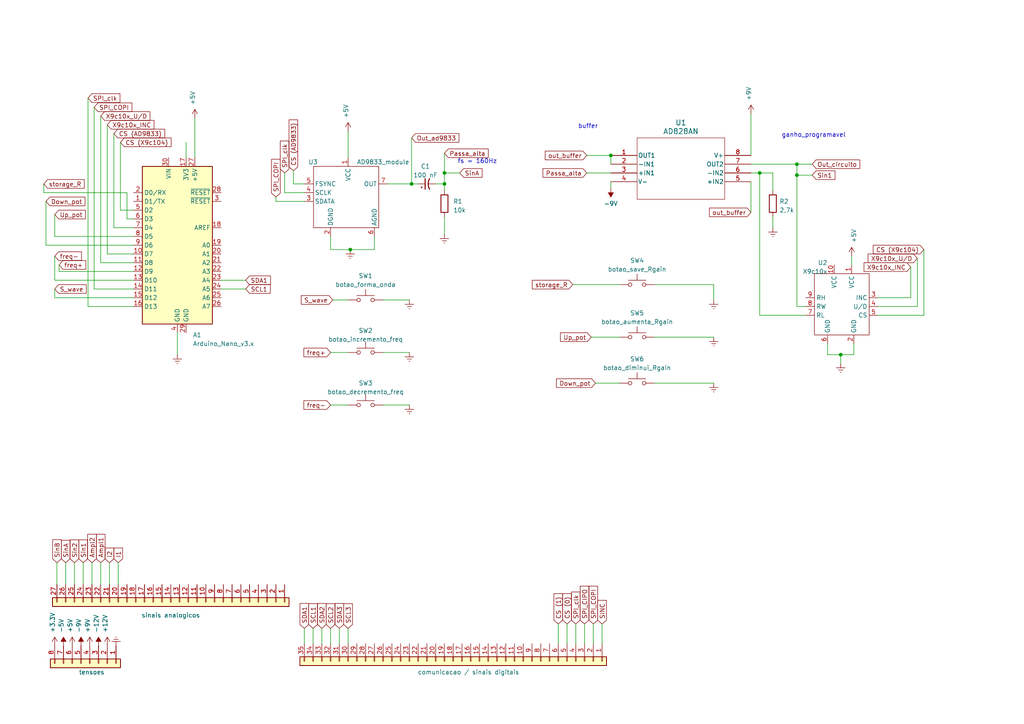
<source format=kicad_sch>
(kicad_sch (version 20230121) (generator eeschema)
  (paper "A4")
  (title_block (title "Gerador de sinais AD9833") (date "2023-07-12") (rev "v01") (company "EITduino") (comment 1 "Autor: Gustavo Pinheiro") (comment 2 "placa de face simples 90x100 mm") (comment 3 "Gerador de sinais") (comment 4 "potenciometro digital: x9c104 (100k)"))
  (lib_symbols
    (symbol "AD828AN:AD828AN" (pin_names (offset 0.254))
      (property "Reference" "U" (at 20.32 10.16 0))
      (property "Value" "AD828AN" (at 20.32 7.62 0))
      (symbol "AD828AN_0_1"
        (polyline (pts (xy 7.62 -12.7) (xy 33.02 -12.7)) (stroke (width 0.127)))
        (polyline (pts (xy 7.62 5.08) (xy 7.62 -12.7)) (stroke (width 0.127)))
        (polyline (pts (xy 33.02 -12.7) (xy 33.02 5.08)) (stroke (width 0.127)))
        (polyline (pts (xy 33.02 5.08) (xy 7.62 5.08)) (stroke (width 0.127)))
        (pin unspecified line (at 0 0 0) (length 7.62) (name "OUT1") (number "1"))
        (pin unspecified line (at 0 -2.54 0) (length 7.62) (name "-IN1") (number "2"))
        (pin unspecified line (at 0 -5.08 0) (length 7.62) (name "+IN1") (number "3"))
        (pin power_in line (at 0 -7.62 0) (length 7.62) (name "V-") (number "4"))
        (pin unspecified line (at 40.64 -7.62 180) (length 7.62) (name "+IN2") (number "5"))
        (pin unspecified line (at 40.64 -5.08 180) (length 7.62) (name "-IN2") (number "6"))
        (pin unspecified line (at 40.64 -2.54 180) (length 7.62) (name "OUT2") (number "7"))
        (pin power_in line (at 40.64 0 180) (length 7.62) (name "V+") (number "8"))
      )
    )
    (symbol "AD9833_module:ad9833_module"
      (property "Reference" "U" (at -8.382 9.144 0))
      (property "Value" "AD9833 module" (at 18.034 -8.382 0))
      (symbol "ad9833_module_0_1"
        (polyline (pts (xy -10.033 2.54) (xy -10.033 7.62) (xy 0.127 7.62) (xy 8.89 7.62) (xy 8.89 2.54) (xy 8.89 -10.16) (xy 7.62 -10.16) (xy -5.08 -10.16) (xy -10.033 -10.16) (xy -10.033 -2.54) (xy -10.033 2.54)))
      )
      (symbol "ad9833_module_1_1"
        (pin passive line (at 0 10.16 270) (length 2.54) (name "VCC") (number "1"))
        (pin passive line (at -5.08 -12.7 90) (length 2.54) (name "DGND") (number "2"))
        (pin passive line (at -12.7 -2.54 0) (length 2.54) (name "SDATA") (number "3"))
        (pin passive line (at -12.7 0 0) (length 2.54) (name "SCLK") (number "4"))
        (pin passive line (at -12.7 2.54 0) (length 2.54) (name "FSYNC") (number "5"))
        (pin passive line (at 7.62 -12.7 90) (length 2.54) (name "AGND") (number "6"))
        (pin passive line (at 11.43 2.54 180) (length 2.54) (name "OUT") (number "7"))
      )
    )
    (symbol "Connector_Generic:Conn_01x08" (pin_names (offset 1.016) hide)
      (property "Reference" "J" (at 0 10.16 0))
      (property "Value" "Conn_01x08" (at 0 -12.7 0))
      (symbol "Conn_01x08_1_1"
        (rectangle (start -1.27 -10.033) (end 0 -10.287) (stroke (width 0.1524)))
        (rectangle (start -1.27 -7.493) (end 0 -7.747) (stroke (width 0.1524)))
        (rectangle (start -1.27 -4.953) (end 0 -5.207) (stroke (width 0.1524)))
        (rectangle (start -1.27 -2.413) (end 0 -2.667) (stroke (width 0.1524)))
        (rectangle (start -1.27 0.127) (end 0 -0.127) (stroke (width 0.1524)))
        (rectangle (start -1.27 2.667) (end 0 2.413) (stroke (width 0.1524)))
        (rectangle (start -1.27 5.207) (end 0 4.953) (stroke (width 0.1524)))
        (rectangle (start -1.27 7.747) (end 0 7.493) (stroke (width 0.1524)))
        (rectangle (start -1.27 8.89) (end 1.27 -11.43) (stroke (width 0.254)) (fill (type background)))
        (pin passive line (at -5.08 7.62 0) (length 3.81) (name "Pin_1") (number "1"))
        (pin passive line (at -5.08 5.08 0) (length 3.81) (name "Pin_2") (number "2"))
        (pin passive line (at -5.08 2.54 0) (length 3.81) (name "Pin_3") (number "3"))
        (pin passive line (at -5.08 0 0) (length 3.81) (name "Pin_4") (number "4"))
        (pin passive line (at -5.08 -2.54 0) (length 3.81) (name "Pin_5") (number "5"))
        (pin passive line (at -5.08 -5.08 0) (length 3.81) (name "Pin_6") (number "6"))
        (pin passive line (at -5.08 -7.62 0) (length 3.81) (name "Pin_7") (number "7"))
        (pin passive line (at -5.08 -10.16 0) (length 3.81) (name "Pin_8") (number "8"))
      )
    )
    (symbol "Connector_Generic:Conn_01x27" (pin_names (offset 1.016) hide)
      (property "Reference" "J" (at 0 35.56 0))
      (property "Value" "Conn_01x27" (at 0 -35.56 0))
      (symbol "Conn_01x27_1_1"
        (rectangle (start -1.27 -32.893) (end 0 -33.147) (stroke (width 0.1524)))
        (rectangle (start -1.27 -30.353) (end 0 -30.607) (stroke (width 0.1524)))
        (rectangle (start -1.27 -27.813) (end 0 -28.067) (stroke (width 0.1524)))
        (rectangle (start -1.27 -25.273) (end 0 -25.527) (stroke (width 0.1524)))
        (rectangle (start -1.27 -22.733) (end 0 -22.987) (stroke (width 0.1524)))
        (rectangle (start -1.27 -20.193) (end 0 -20.447) (stroke (width 0.1524)))
        (rectangle (start -1.27 -17.653) (end 0 -17.907) (stroke (width 0.1524)))
        (rectangle (start -1.27 -15.113) (end 0 -15.367) (stroke (width 0.1524)))
        (rectangle (start -1.27 -12.573) (end 0 -12.827) (stroke (width 0.1524)))
        (rectangle (start -1.27 -10.033) (end 0 -10.287) (stroke (width 0.1524)))
        (rectangle (start -1.27 -7.493) (end 0 -7.747) (stroke (width 0.1524)))
        (rectangle (start -1.27 -4.953) (end 0 -5.207) (stroke (width 0.1524)))
        (rectangle (start -1.27 -2.413) (end 0 -2.667) (stroke (width 0.1524)))
        (rectangle (start -1.27 0.127) (end 0 -0.127) (stroke (width 0.1524)))
        (rectangle (start -1.27 2.667) (end 0 2.413) (stroke (width 0.1524)))
        (rectangle (start -1.27 5.207) (end 0 4.953) (stroke (width 0.1524)))
        (rectangle (start -1.27 7.747) (end 0 7.493) (stroke (width 0.1524)))
        (rectangle (start -1.27 10.287) (end 0 10.033) (stroke (width 0.1524)))
        (rectangle (start -1.27 12.827) (end 0 12.573) (stroke (width 0.1524)))
        (rectangle (start -1.27 15.367) (end 0 15.113) (stroke (width 0.1524)))
        (rectangle (start -1.27 17.907) (end 0 17.653) (stroke (width 0.1524)))
        (rectangle (start -1.27 20.447) (end 0 20.193) (stroke (width 0.1524)))
        (rectangle (start -1.27 22.987) (end 0 22.733) (stroke (width 0.1524)))
        (rectangle (start -1.27 25.527) (end 0 25.273) (stroke (width 0.1524)))
        (rectangle (start -1.27 28.067) (end 0 27.813) (stroke (width 0.1524)))
        (rectangle (start -1.27 30.607) (end 0 30.353) (stroke (width 0.1524)))
        (rectangle (start -1.27 33.147) (end 0 32.893) (stroke (width 0.1524)))
        (rectangle (start -1.27 34.29) (end 1.27 -34.29) (stroke (width 0.254)) (fill (type background)))
        (pin passive line (at -5.08 33.02 0) (length 3.81) (name "Pin_1") (number "1"))
        (pin passive line (at -5.08 10.16 0) (length 3.81) (name "Pin_10") (number "10"))
        (pin passive line (at -5.08 7.62 0) (length 3.81) (name "Pin_11") (number "11"))
        (pin passive line (at -5.08 5.08 0) (length 3.81) (name "Pin_12") (number "12"))
        (pin passive line (at -5.08 2.54 0) (length 3.81) (name "Pin_13") (number "13"))
        (pin passive line (at -5.08 0 0) (length 3.81) (name "Pin_14") (number "14"))
        (pin passive line (at -5.08 -2.54 0) (length 3.81) (name "Pin_15") (number "15"))
        (pin passive line (at -5.08 -5.08 0) (length 3.81) (name "Pin_16") (number "16"))
        (pin passive line (at -5.08 -7.62 0) (length 3.81) (name "Pin_17") (number "17"))
        (pin passive line (at -5.08 -10.16 0) (length 3.81) (name "Pin_18") (number "18"))
        (pin passive line (at -5.08 -12.7 0) (length 3.81) (name "Pin_19") (number "19"))
        (pin passive line (at -5.08 30.48 0) (length 3.81) (name "Pin_2") (number "2"))
        (pin passive line (at -5.08 -15.24 0) (length 3.81) (name "Pin_20") (number "20"))
        (pin passive line (at -5.08 -17.78 0) (length 3.81) (name "Pin_21") (number "21"))
        (pin passive line (at -5.08 -20.32 0) (length 3.81) (name "Pin_22") (number "22"))
        (pin passive line (at -5.08 -22.86 0) (length 3.81) (name "Pin_23") (number "23"))
        (pin passive line (at -5.08 -25.4 0) (length 3.81) (name "Pin_24") (number "24"))
        (pin passive line (at -5.08 -27.94 0) (length 3.81) (name "Pin_25") (number "25"))
        (pin passive line (at -5.08 -30.48 0) (length 3.81) (name "Pin_26") (number "26"))
        (pin passive line (at -5.08 -33.02 0) (length 3.81) (name "Pin_27") (number "27"))
        (pin passive line (at -5.08 27.94 0) (length 3.81) (name "Pin_3") (number "3"))
        (pin passive line (at -5.08 25.4 0) (length 3.81) (name "Pin_4") (number "4"))
        (pin passive line (at -5.08 22.86 0) (length 3.81) (name "Pin_5") (number "5"))
        (pin passive line (at -5.08 20.32 0) (length 3.81) (name "Pin_6") (number "6"))
        (pin passive line (at -5.08 17.78 0) (length 3.81) (name "Pin_7") (number "7"))
        (pin passive line (at -5.08 15.24 0) (length 3.81) (name "Pin_8") (number "8"))
        (pin passive line (at -5.08 12.7 0) (length 3.81) (name "Pin_9") (number "9"))
      )
    )
    (symbol "Connector_Generic:Conn_01x35" (pin_names (offset 1.016) hide)
      (property "Reference" "J" (at 0 45.72 0))
      (property "Value" "Conn_01x35" (at 0 -45.72 0))
      (symbol "Conn_01x35_1_1"
        (rectangle (start -1.27 -43.053) (end 0 -43.307) (stroke (width 0.1524)))
        (rectangle (start -1.27 -40.513) (end 0 -40.767) (stroke (width 0.1524)))
        (rectangle (start -1.27 -37.973) (end 0 -38.227) (stroke (width 0.1524)))
        (rectangle (start -1.27 -35.433) (end 0 -35.687) (stroke (width 0.1524)))
        (rectangle (start -1.27 -32.893) (end 0 -33.147) (stroke (width 0.1524)))
        (rectangle (start -1.27 -30.353) (end 0 -30.607) (stroke (width 0.1524)))
        (rectangle (start -1.27 -27.813) (end 0 -28.067) (stroke (width 0.1524)))
        (rectangle (start -1.27 -25.273) (end 0 -25.527) (stroke (width 0.1524)))
        (rectangle (start -1.27 -22.733) (end 0 -22.987) (stroke (width 0.1524)))
        (rectangle (start -1.27 -20.193) (end 0 -20.447) (stroke (width 0.1524)))
        (rectangle (start -1.27 -17.653) (end 0 -17.907) (stroke (width 0.1524)))
        (rectangle (start -1.27 -15.113) (end 0 -15.367) (stroke (width 0.1524)))
        (rectangle (start -1.27 -12.573) (end 0 -12.827) (stroke (width 0.1524)))
        (rectangle (start -1.27 -10.033) (end 0 -10.287) (stroke (width 0.1524)))
        (rectangle (start -1.27 -7.493) (end 0 -7.747) (stroke (width 0.1524)))
        (rectangle (start -1.27 -4.953) (end 0 -5.207) (stroke (width 0.1524)))
        (rectangle (start -1.27 -2.413) (end 0 -2.667) (stroke (width 0.1524)))
        (rectangle (start -1.27 0.127) (end 0 -0.127) (stroke (width 0.1524)))
        (rectangle (start -1.27 2.667) (end 0 2.413) (stroke (width 0.1524)))
        (rectangle (start -1.27 5.207) (end 0 4.953) (stroke (width 0.1524)))
        (rectangle (start -1.27 7.747) (end 0 7.493) (stroke (width 0.1524)))
        (rectangle (start -1.27 10.287) (end 0 10.033) (stroke (width 0.1524)))
        (rectangle (start -1.27 12.827) (end 0 12.573) (stroke (width 0.1524)))
        (rectangle (start -1.27 15.367) (end 0 15.113) (stroke (width 0.1524)))
        (rectangle (start -1.27 17.907) (end 0 17.653) (stroke (width 0.1524)))
        (rectangle (start -1.27 20.447) (end 0 20.193) (stroke (width 0.1524)))
        (rectangle (start -1.27 22.987) (end 0 22.733) (stroke (width 0.1524)))
        (rectangle (start -1.27 25.527) (end 0 25.273) (stroke (width 0.1524)))
        (rectangle (start -1.27 28.067) (end 0 27.813) (stroke (width 0.1524)))
        (rectangle (start -1.27 30.607) (end 0 30.353) (stroke (width 0.1524)))
        (rectangle (start -1.27 33.147) (end 0 32.893) (stroke (width 0.1524)))
        (rectangle (start -1.27 35.687) (end 0 35.433) (stroke (width 0.1524)))
        (rectangle (start -1.27 38.227) (end 0 37.973) (stroke (width 0.1524)))
        (rectangle (start -1.27 40.767) (end 0 40.513) (stroke (width 0.1524)))
        (rectangle (start -1.27 43.307) (end 0 43.053) (stroke (width 0.1524)))
        (rectangle (start -1.27 44.45) (end 1.27 -44.45) (stroke (width 0.254)) (fill (type background)))
        (pin passive line (at -5.08 43.18 0) (length 3.81) (name "Pin_1") (number "1"))
        (pin passive line (at -5.08 20.32 0) (length 3.81) (name "Pin_10") (number "10"))
        (pin passive line (at -5.08 17.78 0) (length 3.81) (name "Pin_11") (number "11"))
        (pin passive line (at -5.08 15.24 0) (length 3.81) (name "Pin_12") (number "12"))
        (pin passive line (at -5.08 12.7 0) (length 3.81) (name "Pin_13") (number "13"))
        (pin passive line (at -5.08 10.16 0) (length 3.81) (name "Pin_14") (number "14"))
        (pin passive line (at -5.08 7.62 0) (length 3.81) (name "Pin_15") (number "15"))
        (pin passive line (at -5.08 5.08 0) (length 3.81) (name "Pin_16") (number "16"))
        (pin passive line (at -5.08 2.54 0) (length 3.81) (name "Pin_17") (number "17"))
        (pin passive line (at -5.08 0 0) (length 3.81) (name "Pin_18") (number "18"))
        (pin passive line (at -5.08 -2.54 0) (length 3.81) (name "Pin_19") (number "19"))
        (pin passive line (at -5.08 40.64 0) (length 3.81) (name "Pin_2") (number "2"))
        (pin passive line (at -5.08 -5.08 0) (length 3.81) (name "Pin_20") (number "20"))
        (pin passive line (at -5.08 -7.62 0) (length 3.81) (name "Pin_21") (number "21"))
        (pin passive line (at -5.08 -10.16 0) (length 3.81) (name "Pin_22") (number "22"))
        (pin passive line (at -5.08 -12.7 0) (length 3.81) (name "Pin_23") (number "23"))
        (pin passive line (at -5.08 -15.24 0) (length 3.81) (name "Pin_24") (number "24"))
        (pin passive line (at -5.08 -17.78 0) (length 3.81) (name "Pin_25") (number "25"))
        (pin passive line (at -5.08 -20.32 0) (length 3.81) (name "Pin_26") (number "26"))
        (pin passive line (at -5.08 -22.86 0) (length 3.81) (name "Pin_27") (number "27"))
        (pin passive line (at -5.08 -25.4 0) (length 3.81) (name "Pin_28") (number "28"))
        (pin passive line (at -5.08 -27.94 0) (length 3.81) (name "Pin_29") (number "29"))
        (pin passive line (at -5.08 38.1 0) (length 3.81) (name "Pin_3") (number "3"))
        (pin passive line (at -5.08 -30.48 0) (length 3.81) (name "Pin_30") (number "30"))
        (pin passive line (at -5.08 -33.02 0) (length 3.81) (name "Pin_31") (number "31"))
        (pin passive line (at -5.08 -35.56 0) (length 3.81) (name "Pin_32") (number "32"))
        (pin passive line (at -5.08 -38.1 0) (length 3.81) (name "Pin_33") (number "33"))
        (pin passive line (at -5.08 -40.64 0) (length 3.81) (name "Pin_34") (number "34"))
        (pin passive line (at -5.08 -43.18 0) (length 3.81) (name "Pin_35") (number "35"))
        (pin passive line (at -5.08 35.56 0) (length 3.81) (name "Pin_4") (number "4"))
        (pin passive line (at -5.08 33.02 0) (length 3.81) (name "Pin_5") (number "5"))
        (pin passive line (at -5.08 30.48 0) (length 3.81) (name "Pin_6") (number "6"))
        (pin passive line (at -5.08 27.94 0) (length 3.81) (name "Pin_7") (number "7"))
        (pin passive line (at -5.08 25.4 0) (length 3.81) (name "Pin_8") (number "8"))
        (pin passive line (at -5.08 22.86 0) (length 3.81) (name "Pin_9") (number "9"))
      )
    )
    (symbol "Device:C_Polarized_Small_US" (pin_numbers hide) (pin_names (offset 0.254) hide)
      (property "Reference" "C" (at 0.254 1.778 0))
      (property "Value" "C_Polarized_Small_US" (at 0.254 -2.032 0))
      (symbol "C_Polarized_Small_US_0_1"
        (polyline (pts (xy -1.524 0.508) (xy 1.524 0.508)) (stroke (width 0.3048)))
        (polyline (pts (xy -1.27 1.524) (xy -0.762 1.524)))
        (polyline (pts (xy -1.016 1.27) (xy -1.016 1.778)))
        (arc (start 1.524 -0.762) (mid 0 -0.3734) (end -1.524 -0.762) (stroke (width 0.3048)))
      )
      (symbol "C_Polarized_Small_US_1_1"
        (pin passive line (at 0 2.54 270) (length 2.032) (name "~") (number "1"))
        (pin passive line (at 0 -2.54 90) (length 2.032) (name "~") (number "2"))
      )
    )
    (symbol "Device:R" (pin_numbers hide) (pin_names (offset 0))
      (property "Reference" "R" (at 2.032 0 90))
      (property "Value" "R" (at 0 0 90))
      (symbol "R_0_1"
        (rectangle (start -1.016 -2.54) (end 1.016 2.54) (stroke (width 0.254)))
      )
      (symbol "R_1_1"
        (pin passive line (at 0 3.81 270) (length 1.27) (name "~") (number "1"))
        (pin passive line (at 0 -3.81 90) (length 1.27) (name "~") (number "2"))
      )
    )
    (symbol "MCU_Module:Arduino_Nano_v3.x"
      (property "Reference" "A" (at -10.16 23.495 0))
      (property "Value" "Arduino_Nano_v3.x" (at 5.08 -24.13 0))
      (symbol "Arduino_Nano_v3.x_0_1"
        (rectangle (start -10.16 22.86) (end 10.16 -22.86) (stroke (width 0.254)) (fill (type background)))
      )
      (symbol "Arduino_Nano_v3.x_1_1"
        (pin bidirectional line (at -12.7 12.7 0) (length 2.54) (name "D1/TX") (number "1"))
        (pin bidirectional line (at -12.7 -2.54 0) (length 2.54) (name "D7") (number "10"))
        (pin bidirectional line (at -12.7 -5.08 0) (length 2.54) (name "D8") (number "11"))
        (pin bidirectional line (at -12.7 -7.62 0) (length 2.54) (name "D9") (number "12"))
        (pin bidirectional line (at -12.7 -10.16 0) (length 2.54) (name "D10") (number "13"))
        (pin bidirectional line (at -12.7 -12.7 0) (length 2.54) (name "D11") (number "14"))
        (pin bidirectional line (at -12.7 -15.24 0) (length 2.54) (name "D12") (number "15"))
        (pin bidirectional line (at -12.7 -17.78 0) (length 2.54) (name "D13") (number "16"))
        (pin power_out line (at 2.54 25.4 270) (length 2.54) (name "3V3") (number "17"))
        (pin input line (at 12.7 5.08 180) (length 2.54) (name "AREF") (number "18"))
        (pin bidirectional line (at 12.7 0 180) (length 2.54) (name "A0") (number "19"))
        (pin bidirectional line (at -12.7 15.24 0) (length 2.54) (name "D0/RX") (number "2"))
        (pin bidirectional line (at 12.7 -2.54 180) (length 2.54) (name "A1") (number "20"))
        (pin bidirectional line (at 12.7 -5.08 180) (length 2.54) (name "A2") (number "21"))
        (pin bidirectional line (at 12.7 -7.62 180) (length 2.54) (name "A3") (number "22"))
        (pin bidirectional line (at 12.7 -10.16 180) (length 2.54) (name "A4") (number "23"))
        (pin bidirectional line (at 12.7 -12.7 180) (length 2.54) (name "A5") (number "24"))
        (pin bidirectional line (at 12.7 -15.24 180) (length 2.54) (name "A6") (number "25"))
        (pin bidirectional line (at 12.7 -17.78 180) (length 2.54) (name "A7") (number "26"))
        (pin power_out line (at 5.08 25.4 270) (length 2.54) (name "+5V") (number "27"))
        (pin input line (at 12.7 15.24 180) (length 2.54) (name "~{RESET}") (number "28"))
        (pin power_in line (at 2.54 -25.4 90) (length 2.54) (name "GND") (number "29"))
        (pin input line (at 12.7 12.7 180) (length 2.54) (name "~{RESET}") (number "3"))
        (pin power_in line (at -2.54 25.4 270) (length 2.54) (name "VIN") (number "30"))
        (pin power_in line (at 0 -25.4 90) (length 2.54) (name "GND") (number "4"))
        (pin bidirectional line (at -12.7 10.16 0) (length 2.54) (name "D2") (number "5"))
        (pin bidirectional line (at -12.7 7.62 0) (length 2.54) (name "D3") (number "6"))
        (pin bidirectional line (at -12.7 5.08 0) (length 2.54) (name "D4") (number "7"))
        (pin bidirectional line (at -12.7 2.54 0) (length 2.54) (name "D5") (number "8"))
        (pin bidirectional line (at -12.7 0 0) (length 2.54) (name "D6") (number "9"))
      )
    )
    (symbol "Switch:SW_Push" (pin_numbers hide) (pin_names (offset 1.016) hide)
      (property "Reference" "SW" (at 1.27 2.54 0))
      (property "Value" "SW_Push" (at 0 -1.524 0))
      (symbol "SW_Push_0_1"
        (circle (center -2.032 0) (radius 0.508))
        (polyline (pts (xy 0 1.27) (xy 0 3.048)))
        (polyline (pts (xy 2.54 1.27) (xy -2.54 1.27)))
        (circle (center 2.032 0) (radius 0.508))
        (pin passive line (at -5.08 0 0) (length 2.54) (name "1") (number "1"))
        (pin passive line (at 5.08 0 180) (length 2.54) (name "2") (number "2"))
      )
    )
    (symbol "X9c10X_module:X9c10X_module"
      (property "Reference" "U" (at -8.89 10.795 0))
      (property "Value" "X9c10x" (at 12.7 -8.89 0))
      (symbol "X9c10X_module_0_1"
        (polyline (pts (xy -7.62 2.54) (xy -7.62 9.525) (xy 8.255 9.525) (xy 8.255 -8.255) (xy -7.62 -8.255) (xy -7.62 2.54)))
      )
      (symbol "X9c10X_module_1_1"
        (pin passive line (at -2.54 12.065 270) (length 2.54) (name "VCC") (number "1"))
        (pin passive line (at 2.54 12.065 270) (length 2.54) (name "VCC") (number "10"))
        (pin passive line (at -3.175 -10.795 90) (length 2.54) (name "GND") (number "2"))
        (pin passive line (at -10.16 2.54 0) (length 2.54) (name "INC") (number "3"))
        (pin passive line (at -10.16 0 0) (length 2.54) (name "U/D") (number "4"))
        (pin passive line (at -10.16 -2.54 0) (length 2.54) (name "CS") (number "5"))
        (pin passive line (at 4.445 -10.795 90) (length 2.54) (name "GND") (number "6"))
        (pin passive line (at 10.795 -2.54 180) (length 2.54) (name "RL") (number "7"))
        (pin passive line (at 10.795 0 180) (length 2.54) (name "RW") (number "8"))
        (pin passive line (at 10.795 2.54 180) (length 2.54) (name "RH") (number "9"))
      )
    )
    (symbol "power:+12V" (power) (pin_names (offset 0))
      (property "Value" "+12V" (at 0 3.556 0))
      (symbol "+12V_0_1"
        (polyline (pts (xy -0.762 1.27) (xy 0 2.54)))
        (polyline (pts (xy 0 0) (xy 0 2.54)))
        (polyline (pts (xy 0 2.54) (xy 0.762 1.27)))
      )
      (symbol "+12V_1_1"
        (pin power_in line (at 0 0 90) (length 0) hide (name "+12V") (number "1"))
      )
    )
    (symbol "power:+3.3V" (power) (pin_names (offset 0))
      (property "Value" "+3.3V" (at 0 3.556 0))
      (symbol "+3.3V_0_1"
        (polyline (pts (xy -0.762 1.27) (xy 0 2.54)))
        (polyline (pts (xy 0 0) (xy 0 2.54)))
        (polyline (pts (xy 0 2.54) (xy 0.762 1.27)))
      )
      (symbol "+3.3V_1_1"
        (pin power_in line (at 0 0 90) (length 0) hide (name "+3.3V") (number "1"))
      )
    )
    (symbol "power:+5V" (power) (pin_names (offset 0))
      (property "Value" "+5V" (at 0 3.556 0))
      (symbol "+5V_0_1"
        (polyline (pts (xy -0.762 1.27) (xy 0 2.54)))
        (polyline (pts (xy 0 0) (xy 0 2.54)))
        (polyline (pts (xy 0 2.54) (xy 0.762 1.27)))
      )
      (symbol "+5V_1_1"
        (pin power_in line (at 0 0 90) (length 0) hide (name "+5V") (number "1"))
      )
    )
    (symbol "power:+9V" (power) (pin_names (offset 0))
      (property "Value" "+9V" (at 0 3.556 0))
      (symbol "+9V_0_1"
        (polyline (pts (xy -0.762 1.27) (xy 0 2.54)))
        (polyline (pts (xy 0 0) (xy 0 2.54)))
        (polyline (pts (xy 0 2.54) (xy 0.762 1.27)))
      )
      (symbol "+9V_1_1"
        (pin power_in line (at 0 0 90) (length 0) hide (name "+9V") (number "1"))
      )
    )
    (symbol "power:-12V" (power) (pin_names (offset 0))
      (property "Value" "-12V" (at 0 3.81 0))
      (symbol "-12V_0_0"
        (pin power_in line (at 0 0 90) (length 0) hide (name "-12V") (number "1"))
      )
      (symbol "-12V_0_1"
        (polyline (pts (xy 0 0) (xy 0 1.27) (xy 0.762 1.27) (xy 0 2.54) (xy -0.762 1.27) (xy 0 1.27)) (fill (type outline)))
      )
    )
    (symbol "power:-5V" (power) (pin_names (offset 0))
      (property "Value" "-5V" (at 0 3.81 0))
      (symbol "-5V_0_0"
        (pin power_in line (at 0 0 90) (length 0) hide (name "-5V") (number "1"))
      )
      (symbol "-5V_0_1"
        (polyline (pts (xy 0 0) (xy 0 1.27) (xy 0.762 1.27) (xy 0 2.54) (xy -0.762 1.27) (xy 0 1.27)) (fill (type outline)))
      )
    )
    (symbol "power:-9V" (power) (pin_names (offset 0))
      (property "Value" "-9V" (at 0 3.81 0))
      (symbol "-9V_0_1"
        (polyline (pts (xy 0 0) (xy 0 2.54)))
        (polyline (pts (xy 0.762 1.27) (xy -0.762 1.27) (xy 0 2.54) (xy 0.762 1.27)) (fill (type outline)))
      )
      (symbol "-9V_1_1"
        (pin power_in line (at 0 0 90) (length 0) hide (name "-9V") (number "1"))
      )
    )
    (symbol "power:Earth" (power) (pin_names (offset 0))
      (symbol "Earth_0_1"
        (polyline (pts (xy -0.635 -1.905) (xy 0.635 -1.905)))
        (polyline (pts (xy -0.127 -2.54) (xy 0.127 -2.54)))
        (polyline (pts (xy 0 -1.27) (xy 0 0)))
        (polyline (pts (xy 1.27 -1.27) (xy -1.27 -1.27)))
      )
      (symbol "Earth_1_1"
        (pin power_in line (at 0 0 270) (length 0) hide (name "Earth") (number "1"))
      )
    )
  )
  (junction (at 128.905 53.34))
  (junction (at 101.6 72.39))
  (junction (at 243.84 102.87))
  (junction (at 119.38 53.34))
  (junction (at 231.14 50.8))
  (junction (at 231.14 47.625))
  (junction (at 128.905 50.165))
  (junction (at 177.165 45.085))
  (junction (at 220.345 50.165))
  (wire (pts (xy 38.735 86.36) (xy 15.875 86.36)))
  (wire (pts (xy 95.885 182.245) (xy 95.885 186.69)))
  (wire (pts (xy 177.165 45.085) (xy 177.165 47.625)))
  (wire (pts (xy 56.515 34.29) (xy 56.515 45.72)))
  (wire (pts (xy 231.14 47.625) (xy 231.14 50.8)))
  (wire (pts (xy 27.305 31.115) (xy 27.305 83.82)))
  (wire (pts (xy 38.735 71.12) (xy 13.335 71.12)))
  (wire (pts (xy 27.305 83.82) (xy 38.735 83.82)))
  (wire (pts (xy 38.735 63.5) (xy 36.83 63.5)))
  (wire (pts (xy 100.965 38.1) (xy 100.965 45.72)))
  (wire (pts (xy 95.885 117.475) (xy 100.965 117.475)))
  (wire (pts (xy 25.527 28.448) (xy 25.527 88.9)))
  (wire (pts (xy 80.01 58.42) (xy 88.265 58.42)))
  (wire (pts (xy 108.585 72.39) (xy 101.6 72.39)))
  (wire (pts (xy 34.29 163.195) (xy 34.29 169.545)))
  (wire (pts (xy 38.735 66.04) (xy 33.02 66.04)))
  (wire (pts (xy 29.21 33.655) (xy 29.21 76.2)))
  (wire (pts (xy 189.865 97.79) (xy 207.01 97.79)))
  (wire (pts (xy 53.975 41.275) (xy 53.975 45.72)))
  (wire (pts (xy 98.425 182.245) (xy 98.425 186.69)))
  (wire (pts (xy 189.865 82.55) (xy 207.01 82.55)))
  (wire (pts (xy 25.527 88.9) (xy 38.735 88.9)))
  (wire (pts (xy 85.09 53.34) (xy 88.265 53.34)))
  (wire (pts (xy 82.55 55.88) (xy 88.265 55.88)))
  (wire (pts (xy 267.97 72.39) (xy 267.97 91.44)))
  (wire (pts (xy 231.14 50.8) (xy 231.14 88.9)))
  (wire (pts (xy 161.925 180.975) (xy 161.925 186.69)))
  (wire (pts (xy 71.247 83.82) (xy 64.135 83.82)))
  (wire (pts (xy 171.45 97.79) (xy 179.705 97.79)))
  (wire (pts (xy 111.125 86.995) (xy 118.745 86.995)))
  (wire (pts (xy 128.905 50.165) (xy 133.35 50.165)))
  (wire (pts (xy 224.155 55.245) (xy 224.155 50.165)))
  (wire (pts (xy 224.155 62.865) (xy 224.155 66.04)))
  (wire (pts (xy 36.83 63.5) (xy 36.83 55.88)))
  (wire (pts (xy 172.72 111.125) (xy 179.705 111.125)))
  (wire (pts (xy 217.805 52.705) (xy 217.805 61.595)))
  (wire (pts (xy 207.01 111.125) (xy 189.865 111.125)))
  (wire (pts (xy 243.84 102.87) (xy 243.84 105.41)))
  (wire (pts (xy 170.18 50.165) (xy 177.165 50.165)))
  (wire (pts (xy 12.7 53.34) (xy 12.7 55.88)))
  (wire (pts (xy 264.16 86.36) (xy 254.635 86.36)))
  (wire (pts (xy 12.7 55.88) (xy 36.83 55.88)))
  (wire (pts (xy 71.247 81.28) (xy 64.135 81.28)))
  (wire (pts (xy 267.97 91.44) (xy 254.635 91.44)))
  (wire (pts (xy 38.735 68.58) (xy 15.875 68.58)))
  (wire (pts (xy 240.03 102.87) (xy 240.03 99.695)))
  (wire (pts (xy 101.6 72.39) (xy 95.885 72.39)))
  (wire (pts (xy 217.805 47.625) (xy 231.14 47.625)))
  (wire (pts (xy 233.68 91.44) (xy 220.345 91.44)))
  (wire (pts (xy 38.735 78.74) (xy 17.145 78.74)))
  (wire (pts (xy 85.09 49.53) (xy 85.09 53.34)))
  (wire (pts (xy 31.115 73.66) (xy 38.735 73.66)))
  (wire (pts (xy 231.14 47.625) (xy 235.585 47.625)))
  (wire (pts (xy 24.13 163.195) (xy 24.13 169.545)))
  (wire (pts (xy 111.125 117.475) (xy 118.745 117.475)))
  (wire (pts (xy 266.065 74.93) (xy 266.065 88.9)))
  (wire (pts (xy 266.065 88.9) (xy 254.635 88.9)))
  (wire (pts (xy 128.905 62.865) (xy 128.905 67.945)))
  (wire (pts (xy 247.015 74.295) (xy 247.015 76.835)))
  (wire (pts (xy 95.885 102.235) (xy 100.965 102.235)))
  (wire (pts (xy 21.59 163.195) (xy 21.59 169.545)))
  (wire (pts (xy 128.905 53.34) (xy 128.905 55.245)))
  (wire (pts (xy 88.265 182.245) (xy 88.265 186.69)))
  (wire (pts (xy 90.805 182.245) (xy 90.805 186.69)))
  (wire (pts (xy 243.84 102.87) (xy 247.65 102.87)))
  (wire (pts (xy 34.925 41.275) (xy 34.925 60.96)))
  (wire (pts (xy 264.16 77.47) (xy 264.16 86.36)))
  (wire (pts (xy 95.885 72.39) (xy 95.885 68.58)))
  (wire (pts (xy 207.01 86.995) (xy 207.01 82.55)))
  (wire (pts (xy 231.14 88.9) (xy 233.68 88.9)))
  (wire (pts (xy 51.435 96.52) (xy 51.435 102.87)))
  (wire (pts (xy 169.545 180.975) (xy 169.545 186.69)))
  (wire (pts (xy 172.085 180.975) (xy 172.085 186.69)))
  (wire (pts (xy 128.905 50.165) (xy 128.905 53.34)))
  (wire (pts (xy 16.51 163.195) (xy 16.51 169.545)))
  (wire (pts (xy 170.18 45.085) (xy 177.165 45.085)))
  (wire (pts (xy 164.465 180.975) (xy 164.465 186.69)))
  (wire (pts (xy 166.116 82.55) (xy 179.705 82.55)))
  (wire (pts (xy 174.625 180.975) (xy 174.625 186.69)))
  (wire (pts (xy 112.395 53.34) (xy 119.38 53.34)))
  (wire (pts (xy 38.735 81.28) (xy 15.875 81.28)))
  (wire (pts (xy 247.65 102.87) (xy 247.65 99.695)))
  (wire (pts (xy 82.55 50.165) (xy 82.55 55.88)))
  (wire (pts (xy 240.03 102.87) (xy 243.84 102.87)))
  (wire (pts (xy 128.905 53.34) (xy 126.365 53.34)))
  (wire (pts (xy 217.805 33.02) (xy 217.805 45.085)))
  (wire (pts (xy 220.345 50.165) (xy 224.155 50.165)))
  (wire (pts (xy 108.585 68.58) (xy 108.585 72.39)))
  (wire (pts (xy 29.21 76.2) (xy 38.735 76.2)))
  (wire (pts (xy 15.875 74.295) (xy 15.875 81.28)))
  (wire (pts (xy 128.905 44.45) (xy 128.905 50.165)))
  (wire (pts (xy 177.165 52.705) (xy 177.165 54.61)))
  (wire (pts (xy 29.21 163.195) (xy 29.21 169.545)))
  (wire (pts (xy 111.125 102.235) (xy 118.745 102.235)))
  (wire (pts (xy 13.335 58.42) (xy 13.335 71.12)))
  (wire (pts (xy 231.14 50.8) (xy 235.585 50.8)))
  (wire (pts (xy 100.965 182.245) (xy 100.965 186.69)))
  (wire (pts (xy 26.67 163.195) (xy 26.67 169.545)))
  (wire (pts (xy 96.52 86.995) (xy 100.965 86.995)))
  (wire (pts (xy 119.38 40.005) (xy 119.38 53.34)))
  (wire (pts (xy 217.805 50.165) (xy 220.345 50.165)))
  (wire (pts (xy 19.05 163.195) (xy 19.05 169.545)))
  (wire (pts (xy 15.875 83.82) (xy 15.875 86.36)))
  (wire (pts (xy 220.345 91.44) (xy 220.345 50.165)))
  (wire (pts (xy 167.005 180.975) (xy 167.005 186.69)))
  (wire (pts (xy 80.01 57.15) (xy 80.01 58.42)))
  (wire (pts (xy 31.75 163.195) (xy 31.75 169.545)))
  (wire (pts (xy 33.02 38.735) (xy 33.02 66.04)))
  (wire (pts (xy 15.875 62.23) (xy 15.875 68.58)))
  (wire (pts (xy 38.735 60.96) (xy 34.925 60.96)))
  (wire (pts (xy 17.145 76.835) (xy 17.145 78.74)))
  (wire (pts (xy 93.345 182.245) (xy 93.345 186.69)))
  (wire (pts (xy 119.38 53.34) (xy 121.285 53.34)))
  (wire (pts (xy 31.115 36.195) (xy 31.115 73.66)))
  (text "ganho_programavel\n" (at 226.695 40.005 0) (effects (font (size 1.27 1.27)) (justify left bottom)))
  (text "fs = 160Hz\n" (at 132.715 47.625 0) (effects (font (size 1.27 1.27)) (justify left bottom)))
  (text "buffer" (at 167.64 37.465 0) (effects (font (size 1.27 1.27)) (justify left bottom)))
  (global_label "X9c10x_INC" (shape input) (at 31.115 36.195 0) (property "Intersheetrefs" "${INTERSHEET_REFS}" (effects hide)))
  (global_label "SDA1" (shape input) (at 71.247 81.28 0) (property "Intersheetrefs" "${INTERSHEET_REFS}" (effects hide)))
  (global_label "SinB" (shape input) (at 16.51 163.195 90) (property "Intersheetrefs" "${INTERSHEET_REFS}" (effects hide)))
  (global_label "Down_pot" (shape input) (at 13.335 58.42 0) (property "Intersheetrefs" "${INTERSHEET_REFS}" (effects hide)))
  (global_label "SINC" (shape input) (at 174.625 180.975 90) (property "Intersheetrefs" "${INTERSHEET_REFS}" (effects hide)))
  (global_label "Sin2" (shape input) (at 21.59 163.195 90) (property "Intersheetrefs" "${INTERSHEET_REFS}" (effects hide)))
  (global_label "SPI_clk" (shape input) (at 167.005 180.975 90) (property "Intersheetrefs" "${INTERSHEET_REFS}" (effects hide)))
  (global_label "S_wave" (shape input) (at 96.52 86.995 180) (property "Intersheetrefs" "${INTERSHEET_REFS}" (effects hide)))
  (global_label "SDA3" (shape input) (at 98.425 182.245 90) (property "Intersheetrefs" "${INTERSHEET_REFS}" (effects hide)))
  (global_label "Down_pot" (shape input) (at 172.72 111.125 180) (property "Intersheetrefs" "${INTERSHEET_REFS}" (effects hide)))
  (global_label "Sin1" (shape input) (at 235.585 50.8 0) (property "Intersheetrefs" "${INTERSHEET_REFS}" (effects hide)))
  (global_label "freq+" (shape input) (at 17.145 76.835 0) (property "Intersheetrefs" "${INTERSHEET_REFS}" (effects hide)))
  (global_label "SDA2" (shape input) (at 93.345 182.245 90) (property "Intersheetrefs" "${INTERSHEET_REFS}" (effects hide)))
  (global_label "S_wave" (shape input) (at 15.875 83.82 0) (property "Intersheetrefs" "${INTERSHEET_REFS}" (effects hide)))
  (global_label "Up_pot" (shape input) (at 15.875 62.23 0) (property "Intersheetrefs" "${INTERSHEET_REFS}" (effects hide)))
  (global_label "SPI_COPI" (shape input) (at 172.085 180.975 90) (property "Intersheetrefs" "${INTERSHEET_REFS}" (effects hide)))
  (global_label "Sin1" (shape input) (at 24.13 163.195 90) (property "Intersheetrefs" "${INTERSHEET_REFS}" (effects hide)))
  (global_label "SCL3" (shape input) (at 100.965 182.245 90) (property "Intersheetrefs" "${INTERSHEET_REFS}" (effects hide)))
  (global_label "Passa_alta" (shape input) (at 128.905 44.45 0) (property "Intersheetrefs" "${INTERSHEET_REFS}" (effects hide)))
  (global_label "out_buffer" (shape input) (at 217.805 61.595 180) (property "Intersheetrefs" "${INTERSHEET_REFS}" (effects hide)))
  (global_label "CS (1)" (shape input) (at 161.925 180.975 90) (property "Intersheetrefs" "${INTERSHEET_REFS}" (effects hide)))
  (global_label "Passa_alta" (shape input) (at 170.18 50.165 180) (property "Intersheetrefs" "${INTERSHEET_REFS}" (effects hide)))
  (global_label "Out_circuito" (shape input) (at 235.585 47.625 0) (property "Intersheetrefs" "${INTERSHEET_REFS}" (effects hide)))
  (global_label "storage_R" (shape input) (at 166.116 82.55 180) (property "Intersheetrefs" "${INTERSHEET_REFS}" (effects hide)))
  (global_label "SinA" (shape input) (at 133.35 50.165 0) (property "Intersheetrefs" "${INTERSHEET_REFS}" (effects hide)))
  (global_label "X9c10x_U{slash}D" (shape input) (at 266.065 74.93 180) (property "Intersheetrefs" "${INTERSHEET_REFS}" (effects hide)))
  (global_label "freq-" (shape input) (at 15.875 74.295 0) (property "Intersheetrefs" "${INTERSHEET_REFS}" (effects hide)))
  (global_label "I1" (shape input) (at 34.29 163.195 90) (property "Intersheetrefs" "${INTERSHEET_REFS}" (effects hide)))
  (global_label "storage_R" (shape input) (at 12.7 53.34 0) (property "Intersheetrefs" "${INTERSHEET_REFS}" (effects hide)))
  (global_label "SinA" (shape input) (at 19.05 163.195 90) (property "Intersheetrefs" "${INTERSHEET_REFS}" (effects hide)))
  (global_label "SCL2" (shape input) (at 95.885 182.245 90) (property "Intersheetrefs" "${INTERSHEET_REFS}" (effects hide)))
  (global_label "CS (AD9833)" (shape input) (at 85.09 49.53 90) (property "Intersheetrefs" "${INTERSHEET_REFS}" (effects hide)))
  (global_label "CS (X9c104)" (shape input) (at 34.925 41.275 0) (property "Intersheetrefs" "${INTERSHEET_REFS}" (effects hide)))
  (global_label "CS (AD9833)" (shape input) (at 33.02 38.735 0) (property "Intersheetrefs" "${INTERSHEET_REFS}" (effects hide)))
  (global_label "Ampl1" (shape input) (at 29.21 163.195 90) (property "Intersheetrefs" "${INTERSHEET_REFS}" (effects hide)))
  (global_label "X9c10x_U{slash}D" (shape input) (at 29.21 33.655 0) (property "Intersheetrefs" "${INTERSHEET_REFS}" (effects hide)))
  (global_label "CS (X9c104)" (shape input) (at 267.97 72.39 180) (property "Intersheetrefs" "${INTERSHEET_REFS}" (effects hide)))
  (global_label "SCL1" (shape input) (at 71.247 83.82 0) (property "Intersheetrefs" "${INTERSHEET_REFS}" (effects hide)))
  (global_label "out_buffer" (shape input) (at 170.18 45.085 180) (property "Intersheetrefs" "${INTERSHEET_REFS}" (effects hide)))
  (global_label "I2" (shape input) (at 31.75 163.195 90) (property "Intersheetrefs" "${INTERSHEET_REFS}" (effects hide)))
  (global_label "SPI_COPI" (shape input) (at 27.305 31.115 0) (property "Intersheetrefs" "${INTERSHEET_REFS}" (effects hide)))
  (global_label "Up_pot" (shape input) (at 171.45 97.79 180) (property "Intersheetrefs" "${INTERSHEET_REFS}" (effects hide)))
  (global_label "freq+" (shape input) (at 95.885 102.235 180) (property "Intersheetrefs" "${INTERSHEET_REFS}" (effects hide)))
  (global_label "SPI_COPI" (shape input) (at 80.01 57.15 90) (property "Intersheetrefs" "${INTERSHEET_REFS}" (effects hide)))
  (global_label "X9c10x_INC" (shape input) (at 264.16 77.47 180) (property "Intersheetrefs" "${INTERSHEET_REFS}" (effects hide)))
  (global_label "SPI_clk" (shape input) (at 25.527 28.448 0) (property "Intersheetrefs" "${INTERSHEET_REFS}" (effects hide)))
  (global_label "SPI_CIPO" (shape input) (at 169.545 180.975 90) (property "Intersheetrefs" "${INTERSHEET_REFS}" (effects hide)))
  (global_label "SCL1" (shape input) (at 90.805 182.245 90) (property "Intersheetrefs" "${INTERSHEET_REFS}" (effects hide)))
  (global_label "SDA1" (shape input) (at 88.265 182.245 90) (property "Intersheetrefs" "${INTERSHEET_REFS}" (effects hide)))
  (global_label "freq-" (shape input) (at 95.885 117.475 180) (property "Intersheetrefs" "${INTERSHEET_REFS}" (effects hide)))
  (global_label "SPI_clk" (shape input) (at 82.55 50.165 90) (property "Intersheetrefs" "${INTERSHEET_REFS}" (effects hide)))
  (global_label "Out_ad9833" (shape input) (at 119.38 40.005 0) (property "Intersheetrefs" "${INTERSHEET_REFS}" (effects hide)))
  (global_label "Ampl2" (shape input) (at 26.67 163.195 90) (property "Intersheetrefs" "${INTERSHEET_REFS}" (effects hide)))
  (global_label "CS (0)" (shape input) (at 164.465 180.975 90) (property "Intersheetrefs" "${INTERSHEET_REFS}" (effects hide)))
  (symbol (lib_id "Device:R") (at 128.905 59.055 0) (unit 1)
    (property "Reference" "R1" (at 131.445 58.42 0) (effects (justify left)))
    (property "Value" "10k" (at 131.445 60.96 0) (effects (justify left)))
    (property "Footprint" "Resistor_THT:R_Axial_DIN0204_L3.6mm_D1.6mm_P5.08mm_Horizontal" (effects hide))
  )
  (symbol (lib_id "Connector_Generic:Conn_01x35") (at 131.445 191.77 270) (unit 1)
    (property "Reference" "J4" (effects hide))
    (property "Value" "comunicacao / sinais digitais" (at 135.89 194.945 90))
    (property "Footprint" "Connector_PinHeader_2.54mm:PinHeader_1x35_P2.54mm_Vertical" (effects hide))
  )
  (symbol (lib_id "Connector_Generic:Conn_01x27") (at 49.53 174.625 270) (unit 1)
    (property "Reference" "J3" (effects hide))
    (property "Value" "sinais analogicos" (at 49.53 178.435 90))
    (property "Footprint" "Connector_PinHeader_2.54mm:PinHeader_1x27_P2.54mm_Vertical" (effects hide))
  )
  (symbol (lib_id "power:Earth") (at 33.655 187.325 180) (unit 1)
    (property "Reference" "#PWR08" (effects hide))
    (property "Value" "Earth" (effects hide))
  )
  (symbol (lib_id "Device:C_Polarized_Small_US") (at 123.825 53.34 90) (unit 1)
    (property "Reference" "C1" (at 123.3932 48.26 90))
    (property "Value" "100 nF" (at 123.3932 50.8 90))
    (property "Footprint" "Capacitor_THT:CP_Radial_D5.0mm_P2.50mm" (effects hide))
  )
  (symbol (lib_id "power:-5V") (at 18.415 187.325 0) (unit 1)
    (property "Reference" "#PWR02" (effects hide))
    (property "Value" "-5V" (at 17.78 183.515 90) (effects (justify left)))
  )
  (symbol (lib_id "Switch:SW_Push") (at 106.045 86.995 0) (unit 1)
    (property "Reference" "SW1" (at 106.045 80.01 0))
    (property "Value" "botao_forma_onda" (at 106.045 82.55 0))
    (property "Footprint" "push_button_2_pin:SW_BUTT-2" (effects hide))
  )
  (symbol (lib_id "Switch:SW_Push") (at 184.785 111.125 0) (unit 1)
    (property "Reference" "SW6" (at 184.785 104.14 0))
    (property "Value" "botao_diminui_Rgain" (at 184.785 106.68 0))
    (property "Footprint" "push_button_2_pin:SW_BUTT-2" (effects hide))
  )
  (symbol (lib_id "MCU_Module:Arduino_Nano_v3.x") (at 51.435 71.12 0) (unit 1)
    (property "Reference" "A1" (at 55.9309 97.155 0) (effects (justify left)))
    (property "Value" "Arduino_Nano_v3.x" (at 55.9309 99.695 0) (effects (justify left)))
    (property "Footprint" "Module:Arduino_Nano" (effects hide))
    (property "Datasheet" "http://www.mouser.com/pdfdocs/Gravitech_Arduino_Nano3_0.pdf" (effects hide))
  )
  (symbol (lib_id "Switch:SW_Push") (at 106.045 117.475 0) (unit 1)
    (property "Reference" "SW3" (at 106.045 111.125 0))
    (property "Value" "botao_decremento_freq" (at 106.045 113.665 0))
    (property "Footprint" "push_button_2_pin:SW_BUTT-2" (effects hide))
  )
  (symbol (lib_id "X9c10X_module:X9c10X_module") (at 244.475 88.9 0) (mirror y) (unit 1)
    (property "Reference" "U2" (at 239.9791 76.2 0) (effects (justify left)))
    (property "Value" "X9c10x" (at 239.9791 78.74 0) (effects (justify left)))
    (property "Footprint" "X9c10X_module:X9c10X_module" (effects hide))
  )
  (symbol (lib_id "AD828AN:AD828AN") (at 177.165 45.085 0) (unit 1)
    (property "Reference" "U1" (at 197.485 35.56 0) (effects (font (size 1.524 1.524))))
    (property "Value" "AD828AN" (at 197.485 38.1 0) (effects (font (size 1.524 1.524))))
    (property "Footprint" "AD828:N_8_ADI" (effects hide))
    (property "Datasheet" "AD828AN" (effects hide))
  )
  (symbol (lib_id "power:Earth") (at 207.01 111.125 0) (unit 1)
    (property "Reference" "#PWR026" (effects hide))
    (property "Value" "Earth" (effects hide))
  )
  (symbol (lib_id "Switch:SW_Push") (at 106.045 102.235 0) (unit 1)
    (property "Reference" "SW2" (at 106.045 95.885 0))
    (property "Value" "botao_incremento_freq" (at 106.045 98.425 0))
    (property "Footprint" "push_button_2_pin:SW_BUTT-2" (effects hide))
  )
  (symbol (lib_id "power:+9V") (at 26.035 187.325 0) (unit 1)
    (property "Reference" "#PWR05" (effects hide))
    (property "Value" "+9V" (at 25.4 183.515 90) (effects (justify left)))
  )
  (symbol (lib_id "power:Earth") (at 207.01 97.79 0) (unit 1)
    (property "Reference" "#PWR023" (effects hide))
    (property "Value" "Earth" (effects hide))
  )
  (symbol (lib_id "power:Earth") (at 118.745 102.235 0) (unit 1)
    (property "Reference" "#PWR020" (effects hide))
    (property "Value" "Earth" (effects hide))
  )
  (symbol (lib_id "Device:R") (at 224.155 59.055 180) (unit 1)
    (property "Reference" "R2" (at 226.06 58.42 0) (effects (justify right)))
    (property "Value" "2,7k" (at 226.06 60.96 0) (effects (justify right)))
    (property "Footprint" "Resistor_THT:R_Axial_DIN0204_L3.6mm_D1.6mm_P5.08mm_Horizontal" (effects hide))
  )
  (symbol (lib_id "power:+9V") (at 217.805 33.02 0) (unit 1)
    (property "Reference" "#PWR032" (effects hide))
    (property "Value" "+9V" (at 217.17 29.21 90) (effects (justify left)))
  )
  (symbol (lib_id "power:+5V") (at 56.515 34.29 0) (unit 1)
    (property "Reference" "#PWR010" (effects hide))
    (property "Value" "+5V" (at 55.88 30.48 90) (effects (justify left)))
  )
  (symbol (lib_id "power:Earth") (at 118.745 86.995 0) (unit 1)
    (property "Reference" "#PWR022" (effects hide))
    (property "Value" "Earth" (effects hide))
  )
  (symbol (lib_id "Switch:SW_Push") (at 184.785 97.79 0) (unit 1)
    (property "Reference" "SW5" (at 184.785 90.805 0))
    (property "Value" "botao_aumenta_Rgain" (at 184.785 93.345 0))
    (property "Footprint" "push_button_2_pin:SW_BUTT-2" (effects hide))
  )
  (symbol (lib_id "power:+5V") (at 20.955 187.325 0) (unit 1)
    (property "Reference" "#PWR03" (effects hide))
    (property "Value" "+5V" (at 20.32 183.515 90) (effects (justify left)))
  )
  (symbol (lib_id "power:Earth") (at 128.905 67.945 0) (unit 1)
    (property "Reference" "#PWR014" (effects hide))
    (property "Value" "Earth" (effects hide))
  )
  (symbol (lib_id "power:+5V") (at 100.965 38.1 0) (unit 1)
    (property "Reference" "#PWR012" (effects hide))
    (property "Value" "+5V" (at 100.33 34.29 90) (effects (justify left)))
  )
  (symbol (lib_id "power:-9V") (at 23.495 187.325 0) (unit 1)
    (property "Reference" "#PWR04" (effects hide))
    (property "Value" "-9V" (at 22.86 183.515 90) (effects (justify left)))
  )
  (symbol (lib_id "power:Earth") (at 101.6 72.39 0) (unit 1)
    (property "Reference" "#PWR013" (effects hide))
    (property "Value" "Earth" (effects hide))
  )
  (symbol (lib_id "power:+12V") (at 31.115 187.325 0) (unit 1)
    (property "Reference" "#PWR07" (effects hide))
    (property "Value" "+12V" (at 30.48 183.515 90) (effects (justify left)))
  )
  (symbol (lib_id "power:Earth") (at 224.155 66.04 0) (unit 1)
    (property "Reference" "#PWR015" (effects hide))
    (property "Value" "Earth" (effects hide))
  )
  (symbol (lib_id "Switch:SW_Push") (at 184.785 82.55 0) (unit 1)
    (property "Reference" "SW4" (at 184.785 75.565 0))
    (property "Value" "botao_save_Rgain" (at 184.785 78.105 0))
    (property "Footprint" "push_button_2_pin:SW_BUTT-2" (effects hide))
  )
  (symbol (lib_id "power:Earth") (at 51.435 102.87 0) (unit 1)
    (property "Reference" "#PWR011" (effects hide))
    (property "Value" "Earth" (effects hide))
  )
  (symbol (lib_id "power:-12V") (at 28.575 187.325 0) (unit 1)
    (property "Reference" "#PWR06" (effects hide))
    (property "Value" "-12V" (at 27.94 183.515 90) (effects (justify left)))
  )
  (symbol (lib_id "power:Earth") (at 118.745 117.475 0) (unit 1)
    (property "Reference" "#PWR021" (effects hide))
    (property "Value" "Earth" (effects hide))
  )
  (symbol (lib_id "power:Earth") (at 207.01 86.995 0) (unit 1)
    (property "Reference" "#PWR024" (effects hide))
    (property "Value" "Earth" (effects hide))
  )
  (symbol (lib_id "power:+5V") (at 247.015 74.295 0) (mirror y) (unit 1)
    (property "Reference" "#PWR017" (effects hide))
    (property "Value" "+5V" (at 247.65 70.485 90) (effects (justify left)))
  )
  (symbol (lib_id "Connector_Generic:Conn_01x08") (at 26.035 192.405 270) (unit 1)
    (property "Reference" "J1" (effects hide))
    (property "Value" "tensoes" (at 22.86 194.945 90) (effects (justify left)))
    (property "Footprint" "Connector_PinHeader_2.54mm:PinHeader_1x08_P2.54mm_Vertical" (effects hide))
  )
  (symbol (lib_id "power:-9V") (at 177.165 54.61 180) (unit 1)
    (property "Reference" "#PWR027" (effects hide))
    (property "Value" "-9V" (at 177.165 59.055 0))
  )
  (symbol (lib_id "AD9833_module:ad9833_module") (at 100.965 55.88 0) (unit 1)
    (property "Reference" "U3" (at 90.805 46.99 0))
    (property "Value" "AD9833_module" (at 111.125 46.99 0))
    (property "Footprint" "AD9833_module:AD9833_module" (effects hide))
  )
  (symbol (lib_id "power:+3.3V") (at 15.875 187.325 0) (unit 1)
    (property "Reference" "#PWR01" (effects hide))
    (property "Value" "+3.3V" (at 15.24 183.515 90) (effects (justify left)))
  )
  (symbol (lib_id "power:Earth") (at 243.84 105.41 0) (mirror y) (unit 1)
    (property "Reference" "#PWR016" (effects hide))
    (property "Value" "Earth" (effects hide))
  )
)
</source>
